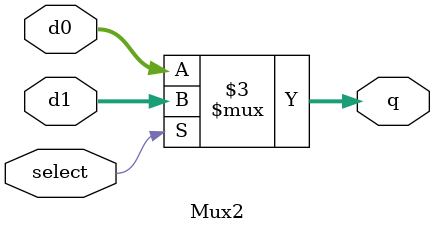
<source format=sv>
/**
* Basic 3 way multiplexer implementation to contain the
* multiplexer comparator logic within a module. We're not inlining
* the case specific to make the diagrams by netlistsvg easier to read.
*/
module Mux2 #(parameter WIDTH = 32) (
    input logic select, 
    input logic [WIDTH - 1:0] d0,
    input logic [WIDTH - 1:0] d1,
    output logic [WIDTH - 1:0] q 
);
    always_comb begin
        if(select)
            q = d1;
        else
            q = d0;
    end

endmodule
</source>
